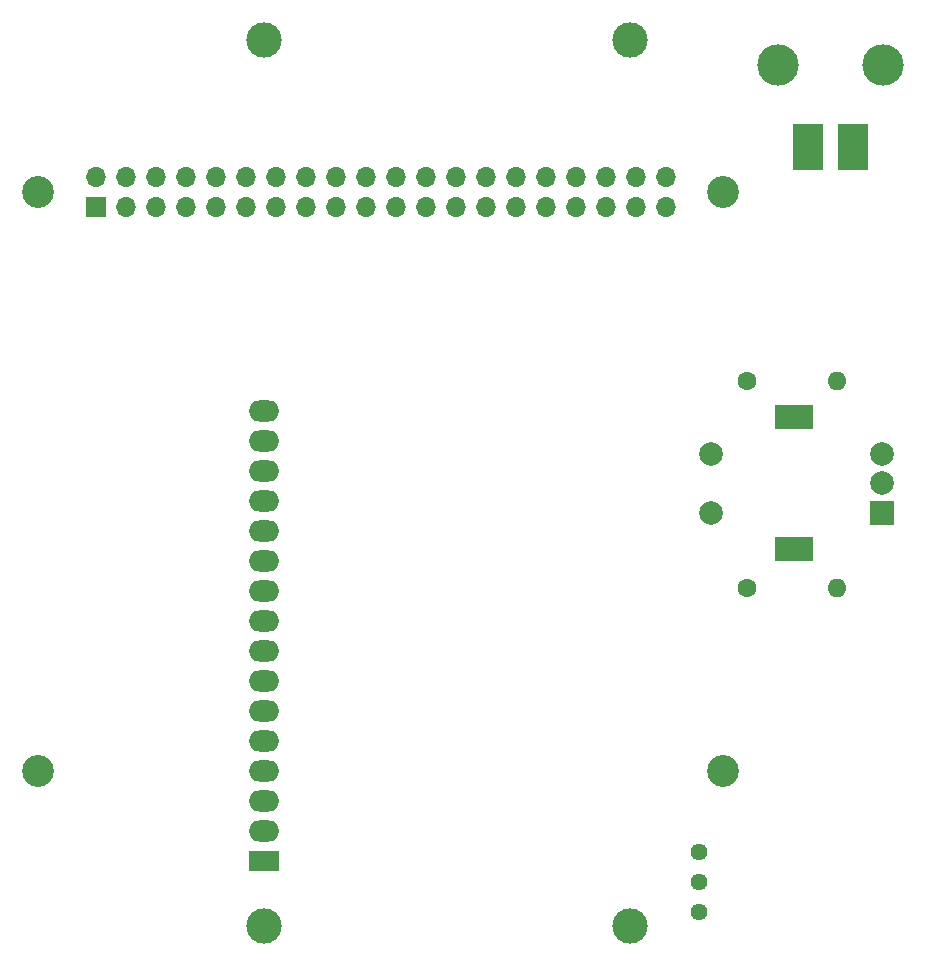
<source format=gts>
G04 #@! TF.GenerationSoftware,KiCad,Pcbnew,(5.1.10)-1*
G04 #@! TF.CreationDate,2022-06-06T19:05:23+02:00*
G04 #@! TF.ProjectId,Minidexed AddOn,4d696e69-6465-4786-9564-204164644f6e,rev?*
G04 #@! TF.SameCoordinates,Original*
G04 #@! TF.FileFunction,Soldermask,Top*
G04 #@! TF.FilePolarity,Negative*
%FSLAX46Y46*%
G04 Gerber Fmt 4.6, Leading zero omitted, Abs format (unit mm)*
G04 Created by KiCad (PCBNEW (5.1.10)-1) date 2022-06-06 19:05:23*
%MOMM*%
%LPD*%
G01*
G04 APERTURE LIST*
%ADD10R,2.500000X4.000000*%
%ADD11C,3.500000*%
%ADD12R,2.000000X2.000000*%
%ADD13C,2.000000*%
%ADD14R,3.200000X2.000000*%
%ADD15O,1.600000X1.600000*%
%ADD16C,1.600000*%
%ADD17C,1.440000*%
%ADD18C,3.000000*%
%ADD19O,2.600000X1.800000*%
%ADD20R,2.600000X1.800000*%
%ADD21R,1.700000X1.700000*%
%ADD22O,1.700000X1.700000*%
%ADD23C,2.700000*%
G04 APERTURE END LIST*
D10*
X64135000Y5080000D03*
X60325000Y5080000D03*
D11*
X66675000Y12065000D03*
X57785000Y12065000D03*
D12*
X66630000Y-25880000D03*
D13*
X66630000Y-23380000D03*
X66630000Y-20880000D03*
D14*
X59130000Y-28980000D03*
X59130000Y-17780000D03*
D13*
X52130000Y-25880000D03*
X52130000Y-20880000D03*
D15*
X62750000Y-32230000D03*
D16*
X55130000Y-32230000D03*
D15*
X62750000Y-14730000D03*
D16*
X55130000Y-14730000D03*
D17*
X51130000Y-54610000D03*
X51130000Y-57150000D03*
X51130000Y-59690000D03*
D18*
X14270000Y14120000D03*
X45270700Y14119480D03*
X45270700Y-60879100D03*
X14270000Y-60879100D03*
D19*
X14270000Y-17280000D03*
X14270000Y-19820000D03*
X14270000Y-22360000D03*
X14270000Y-24900000D03*
X14270000Y-27440000D03*
X14270000Y-29980000D03*
X14270000Y-32520000D03*
X14270000Y-35060000D03*
X14270000Y-37600000D03*
X14270000Y-40140000D03*
X14270000Y-42680000D03*
X14270000Y-45220000D03*
X14270000Y-47760000D03*
X14270000Y-50300000D03*
X14270000Y-52840000D03*
D20*
X14270000Y-55380000D03*
D21*
X0Y0D03*
D22*
X0Y2540000D03*
X2540000Y0D03*
X2540000Y2540000D03*
X5080000Y0D03*
X5080000Y2540000D03*
X7620000Y0D03*
X7620000Y2540000D03*
X10160000Y0D03*
X10160000Y2540000D03*
X12700000Y0D03*
X12700000Y2540000D03*
X15240000Y0D03*
X15240000Y2540000D03*
X17780000Y0D03*
X17780000Y2540000D03*
X20320000Y0D03*
X20320000Y2540000D03*
X22860000Y0D03*
X22860000Y2540000D03*
X25400000Y0D03*
X25400000Y2540000D03*
X27940000Y0D03*
X27940000Y2540000D03*
X30480000Y0D03*
X30480000Y2540000D03*
X33020000Y0D03*
X33020000Y2540000D03*
X35560000Y0D03*
X35560000Y2540000D03*
X38100000Y0D03*
X38100000Y2540000D03*
X40640000Y0D03*
X40640000Y2540000D03*
X43180000Y0D03*
X43180000Y2540000D03*
X45720000Y0D03*
X45720000Y2540000D03*
X48260000Y0D03*
X48260000Y2540000D03*
D23*
X53130000Y-47730000D03*
X-4870000Y-47730000D03*
X53130000Y1270000D03*
X-4870000Y1270000D03*
M02*

</source>
